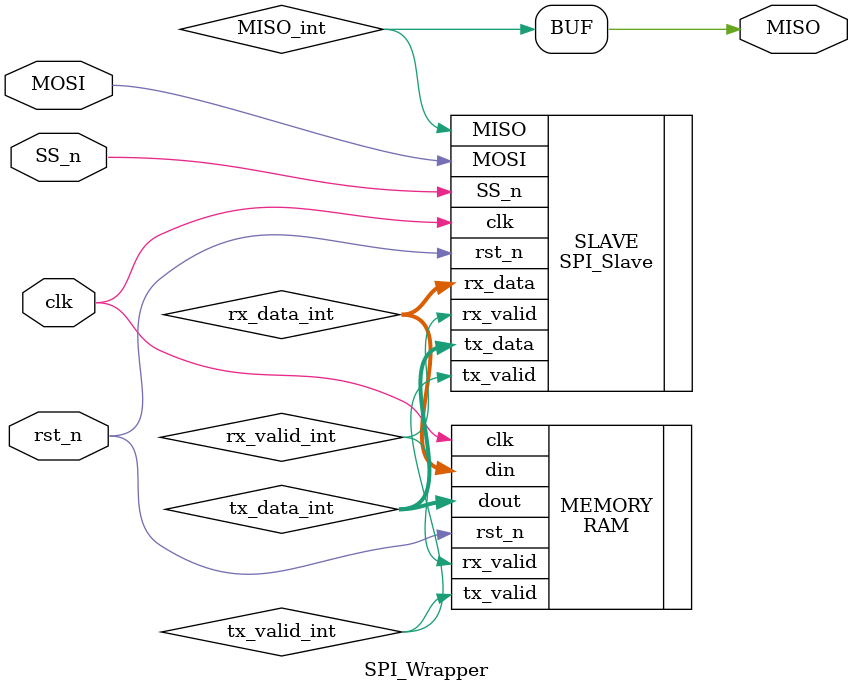
<source format=v>
/*
    This is the wrapper that contains the slave interface and the RAM in one block.
*/

module SPI_Wrapper #(parameter MEM_DEPTH = 256, ADDR_SIZE = 8) (
    input clk, rst_n, SS_n, MOSI,
    output MISO
);
    // internal signals
    wire rx_valid_int, tx_valid_int, MISO_int;
    wire [ADDR_SIZE - 1 : 0] tx_data_int;
    wire [ADDR_SIZE + 1 : 0] rx_data_int;

    // instantiation of the SPI Slave
    SPI_Slave #(.ADDR_SIZE(ADDR_SIZE)) SLAVE (.clk(clk), .rst_n(rst_n), .SS_n(SS_n), .MOSI(MOSI),
    .tx_valid(tx_valid_int), .tx_data(tx_data_int), .MISO(MISO_int), .rx_valid(rx_valid_int), .rx_data(rx_data_int));

    // instantiation of the memory
     RAM #(.MEM_DEPTH(MEM_DEPTH), .ADDR_SIZE(ADDR_SIZE)) MEMORY (.clk(clk), .rst_n(rst_n),
    .rx_valid(rx_valid_int), .din(rx_data_int), .tx_valid(tx_valid_int), .dout(tx_data_int));
    
    // output
    assign MISO = MISO_int;
endmodule

</source>
